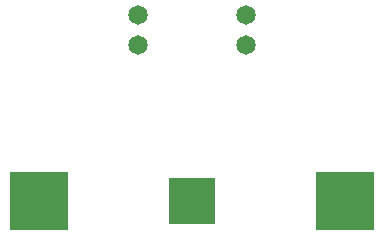
<source format=gbs>
G04 #@! TF.FileFunction,Soldermask,Bot*
%FSLAX46Y46*%
G04 Gerber Fmt 4.6, Leading zero omitted, Abs format (unit mm)*
G04 Created by KiCad (PCBNEW (2015-05-03 BZR 5637)-product) date 2015 September 04, Friday 10:07:14*
%MOMM*%
G01*
G04 APERTURE LIST*
%ADD10C,0.100000*%
%ADD11R,5.000000X5.000000*%
%ADD12R,4.000000X4.000000*%
%ADD13C,1.651000*%
G04 APERTURE END LIST*
D10*
D11*
X161032000Y-120396000D03*
D12*
X148082000Y-120396000D03*
D11*
X135132000Y-120396000D03*
D13*
X152654000Y-104648000D03*
X152654000Y-107188000D03*
X143510000Y-104648000D03*
X143510000Y-107188000D03*
M02*

</source>
